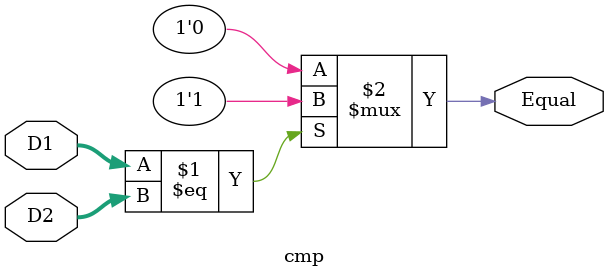
<source format=v>
`timescale 1ns / 1ps
module cmp(
    input [31:0] D1,
    input [31:0] D2,
    output Equal
    );

	assign Equal = (D1==D2) ? 1'b1 : 1'b0;
	
endmodule

</source>
